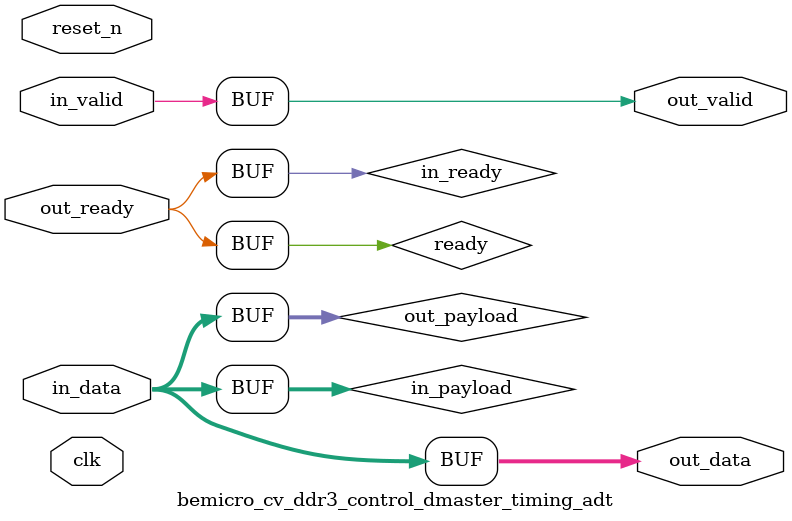
<source format=v>

`timescale 1ns / 100ps
module bemicro_cv_ddr3_control_dmaster_timing_adt (
    
      // Interface: clk
      input              clk,
      // Interface: reset
      input              reset_n,
      // Interface: in
      input              in_valid,
      input      [ 7: 0] in_data,
      // Interface: out
      output reg         out_valid,
      output reg [ 7: 0] out_data,
      input              out_ready
);




   // ---------------------------------------------------------------------
   //| Signal Declarations
   // ---------------------------------------------------------------------

   reg  [ 7: 0] in_payload;
   reg  [ 7: 0] out_payload;
   reg  [ 0: 0] ready;
   reg          in_ready;
   // synthesis translate_off
   always @(negedge in_ready) begin
      $display("%m: The downstream component is backpressuring by deasserting ready, but the upstream component can't be backpressured.");
   end
   // synthesis translate_on   


   // ---------------------------------------------------------------------
   //| Payload Mapping
   // ---------------------------------------------------------------------
   always @* begin
     in_payload = {in_data};
     {out_data} = out_payload;
   end

   // ---------------------------------------------------------------------
   //| Ready & valid signals.
   // ---------------------------------------------------------------------
   always @* begin
     ready[0] = out_ready;
     out_valid = in_valid;
     out_payload = in_payload;
     in_ready = ready[0];
   end




endmodule


</source>
